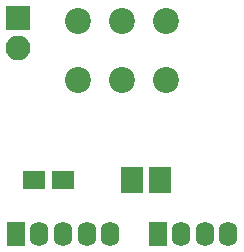
<source format=gbs>
G04 #@! TF.FileFunction,Soldermask,Bot*
%FSLAX46Y46*%
G04 Gerber Fmt 4.6, Leading zero omitted, Abs format (unit mm)*
G04 Created by KiCad (PCBNEW 4.0.4-1.fc24-product) date Tue Jun  5 15:03:07 2018*
%MOMM*%
%LPD*%
G01*
G04 APERTURE LIST*
%ADD10C,0.100000*%
%ADD11C,2.200000*%
%ADD12R,1.900000X1.650000*%
%ADD13R,2.100000X2.100000*%
%ADD14O,2.100000X2.100000*%
%ADD15R,1.949400X2.200860*%
%ADD16R,1.600000X2.100000*%
%ADD17O,1.600000X2.100000*%
G04 APERTURE END LIST*
D10*
D11*
X155750000Y-73500000D03*
X152000000Y-73500000D03*
X148250000Y-73500000D03*
X155750000Y-78500000D03*
X152000000Y-78500000D03*
X148250000Y-78500000D03*
D12*
X147000000Y-87000000D03*
X144500000Y-87000000D03*
D13*
X143200000Y-73260000D03*
D14*
X143200000Y-75800000D03*
D15*
X155176020Y-87000000D03*
X152823980Y-87000000D03*
D16*
X143000000Y-91500000D03*
D17*
X145000000Y-91500000D03*
X147000000Y-91500000D03*
X149000000Y-91500000D03*
X151000000Y-91500000D03*
D16*
X155000000Y-91500000D03*
D17*
X157000000Y-91500000D03*
X159000000Y-91500000D03*
X161000000Y-91500000D03*
M02*

</source>
